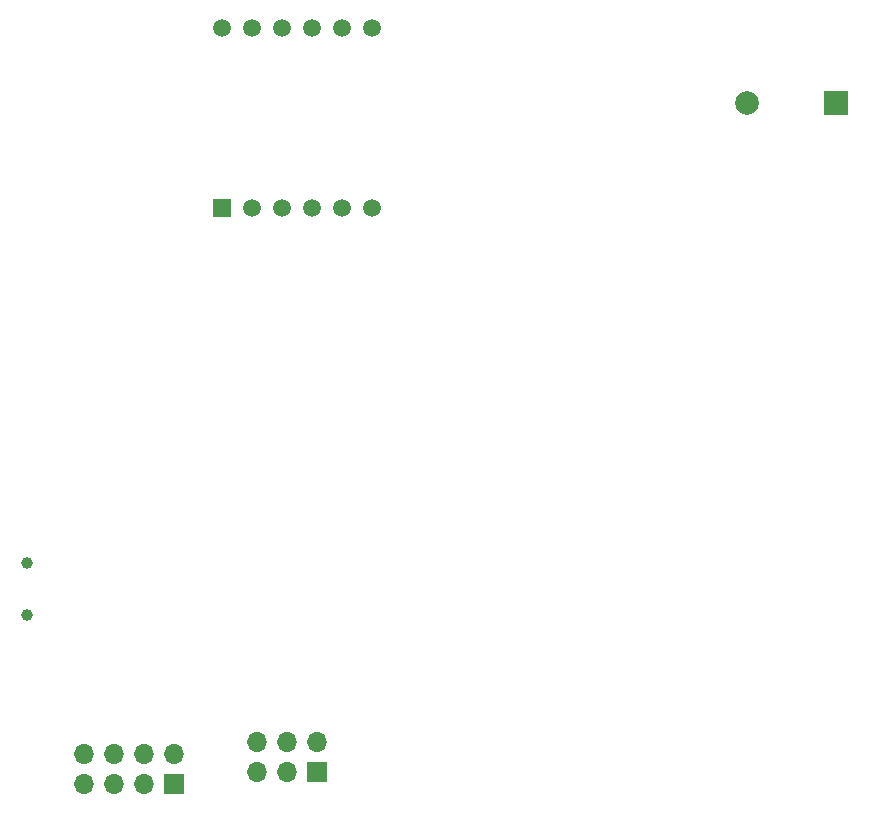
<source format=gbr>
%TF.GenerationSoftware,KiCad,Pcbnew,7.0.1-0*%
%TF.CreationDate,2023-04-21T07:07:00-06:00*%
%TF.ProjectId,PhaseB_Prototype,50686173-6542-45f5-9072-6f746f747970,rev?*%
%TF.SameCoordinates,Original*%
%TF.FileFunction,Soldermask,Bot*%
%TF.FilePolarity,Negative*%
%FSLAX46Y46*%
G04 Gerber Fmt 4.6, Leading zero omitted, Abs format (unit mm)*
G04 Created by KiCad (PCBNEW 7.0.1-0) date 2023-04-21 07:07:00*
%MOMM*%
%LPD*%
G01*
G04 APERTURE LIST*
%ADD10R,1.700000X1.700000*%
%ADD11O,1.700000X1.700000*%
%ADD12R,2.000000X2.000000*%
%ADD13C,2.000000*%
%ADD14C,1.500000*%
%ADD15R,1.500000X1.500000*%
%ADD16C,1.000000*%
G04 APERTURE END LIST*
D10*
%TO.C,J2*%
X105903000Y-92476000D03*
D11*
X105903000Y-89936000D03*
X103363000Y-92476000D03*
X103363000Y-89936000D03*
X100823000Y-92476000D03*
X100823000Y-89936000D03*
%TD*%
D12*
%TO.C,LS1*%
X149840000Y-35814000D03*
D13*
X142240000Y-35814000D03*
%TD*%
D14*
%TO.C,U1*%
X97850000Y-29480000D03*
X100390000Y-29480000D03*
X102930000Y-29480000D03*
X105470000Y-29480000D03*
X108010000Y-29480000D03*
X110550000Y-29480000D03*
X110550000Y-44720000D03*
X108010000Y-44720000D03*
X105470000Y-44720000D03*
X102930000Y-44720000D03*
X100390000Y-44720000D03*
D15*
X97850000Y-44720000D03*
%TD*%
D10*
%TO.C,J3*%
X93726000Y-93472000D03*
D11*
X93726000Y-90932000D03*
X91186000Y-93472000D03*
X91186000Y-90932000D03*
X88646000Y-93472000D03*
X88646000Y-90932000D03*
X86106000Y-93472000D03*
X86106000Y-90932000D03*
%TD*%
D16*
%TO.C,J1*%
X81280000Y-74762000D03*
X81280000Y-79162000D03*
%TD*%
M02*

</source>
